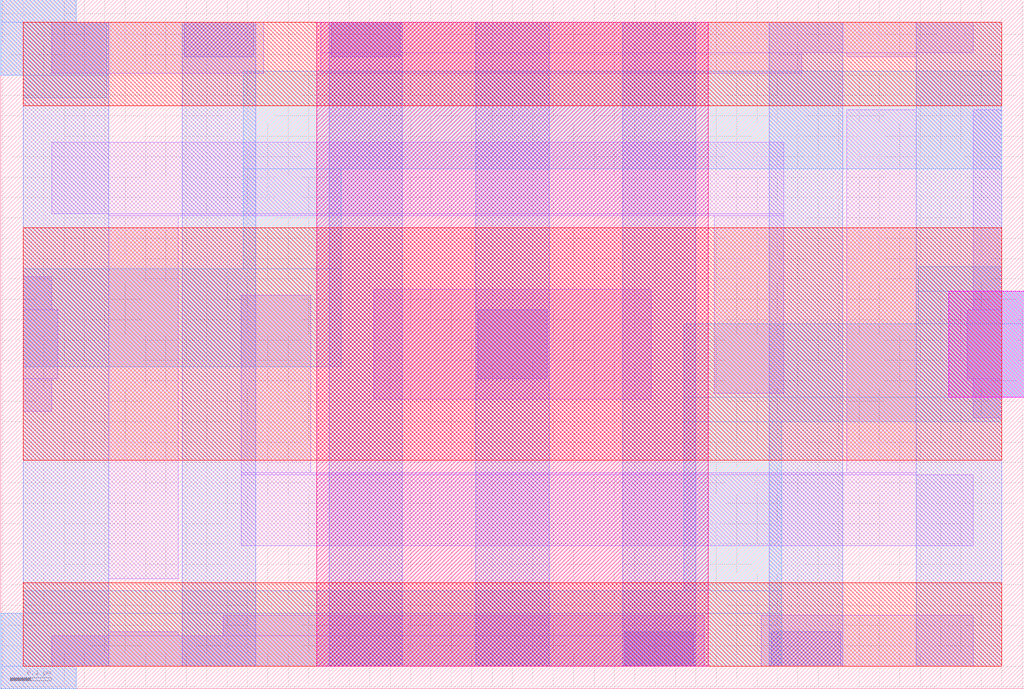
<source format=lef>
# Copyright 2020 The SkyWater PDK Authors
#
# Licensed under the Apache License, Version 2.0 (the "License");
# you may not use this file except in compliance with the License.
# You may obtain a copy of the License at
#
#     https://www.apache.org/licenses/LICENSE-2.0
#
# Unless required by applicable law or agreed to in writing, software
# distributed under the License is distributed on an "AS IS" BASIS,
# WITHOUT WARRANTIES OR CONDITIONS OF ANY KIND, either express or implied.
# See the License for the specific language governing permissions and
# limitations under the License.
#
# SPDX-License-Identifier: Apache-2.0

VERSION 5.7 ;
  NOWIREEXTENSIONATPIN ON ;
  DIVIDERCHAR "/" ;
  BUSBITCHARS "[]" ;
MACRO sky130_fd_bd_sram__sram_dp_cell_opt5a
  CLASS BLOCK ;
  FOREIGN sky130_fd_bd_sram__sram_dp_cell_opt5a ;
  ORIGIN  0.055000  0.055000 ;
  SIZE  2.510000 BY  1.690000 ;
  OBS
    LAYER li1 ;
      RECT 0.000000 0.625000 0.070000 0.705000 ;
      RECT 0.000000 0.705000 0.085000 0.875000 ;
      RECT 0.000000 0.875000 0.070000 0.955000 ;
      RECT 0.070000 0.000000 1.670000 0.075000 ;
      RECT 0.070000 1.110000 1.865000 1.285000 ;
      RECT 0.070000 1.455000 0.590000 1.580000 ;
      RECT 0.210000 0.075000 0.380000 0.085000 ;
      RECT 0.210000 0.215000 0.380000 1.105000 ;
      RECT 0.210000 1.105000 1.865000 1.110000 ;
      RECT 0.490000 0.075000 1.670000 0.125000 ;
      RECT 0.535000 0.295000 2.330000 0.470000 ;
      RECT 0.535000 0.470000 2.190000 0.475000 ;
      RECT 0.535000 0.475000 0.705000 0.910000 ;
      RECT 0.730000 1.455000 1.910000 1.505000 ;
      RECT 0.730000 1.505000 2.330000 1.580000 ;
      RECT 0.860000 0.655000 1.540000 0.925000 ;
      RECT 1.695000 0.670000 1.865000 1.105000 ;
      RECT 1.810000 0.000000 2.330000 0.125000 ;
      RECT 2.020000 0.475000 2.190000 1.365000 ;
      RECT 2.020000 1.495000 2.190000 1.505000 ;
      RECT 2.315000 0.705000 2.400000 0.875000 ;
      RECT 2.330000 0.610000 2.400000 0.705000 ;
      RECT 2.330000 0.875000 2.400000 1.365000 ;
    LAYER mcon ;
      RECT 0.395000 1.495000 0.565000 1.580000 ;
      RECT 0.755000 1.495000 0.925000 1.580000 ;
      RECT 1.115000 0.705000 1.285000 0.875000 ;
      RECT 1.475000 0.000000 1.645000 0.085000 ;
      RECT 1.835000 0.000000 2.005000 0.085000 ;
    LAYER met1 ;
      RECT -0.055000 -0.055000 0.130000 0.000000 ;
      RECT -0.055000  0.000000 0.210000 0.130000 ;
      RECT -0.055000  1.450000 0.210000 1.580000 ;
      RECT -0.055000  1.580000 0.130000 1.635000 ;
      RECT  0.000000  0.130000 0.210000 1.450000 ;
      RECT  0.390000  0.000000 0.570000 1.580000 ;
      RECT  0.750000  0.000000 0.930000 1.580000 ;
      RECT  1.110000  0.000000 1.290000 1.580000 ;
      RECT  1.470000  0.000000 1.650000 1.580000 ;
      RECT  1.830000  0.000000 2.010000 1.580000 ;
      RECT  2.190000  0.000000 2.400000 0.660000 ;
      RECT  2.190000  0.660000 2.455000 0.920000 ;
      RECT  2.190000  0.920000 2.400000 1.580000 ;
    LAYER met2 ;
      RECT -0.055000 -0.055000 0.130000 0.000000 ;
      RECT -0.055000  0.000000 1.860000 0.130000 ;
      RECT -0.055000  1.450000 0.205000 1.580000 ;
      RECT -0.055000  1.580000 0.130000 1.635000 ;
      RECT  0.000000  0.130000 1.860000 0.185000 ;
      RECT  0.000000  0.735000 0.780000 0.975000 ;
      RECT  0.000000  1.395000 0.205000 1.450000 ;
      RECT  0.540000  0.975000 0.780000 1.220000 ;
      RECT  0.540000  1.220000 2.400000 1.460000 ;
      RECT  1.620000  0.185000 1.860000 0.600000 ;
      RECT  1.620000  0.600000 2.400000 0.660000 ;
      RECT  1.620000  0.660000 2.455000 0.840000 ;
      RECT  2.195000  0.840000 2.455000 0.920000 ;
      RECT  2.195000  0.920000 2.400000 0.980000 ;
    LAYER met3 ;
      RECT 0.000000 0.000000 2.400000 0.205000 ;
      RECT 0.000000 0.505000 2.400000 1.075000 ;
      RECT 0.000000 1.375000 2.400000 1.580000 ;
    LAYER nwell ;
      RECT 0.720000 0.000000 1.680000 1.580000 ;
    LAYER via ;
      RECT 2.270000 0.660000 2.455000 0.920000 ;
  END
END sky130_fd_bd_sram__sram_dp_cell_opt5a
END LIBRARY

</source>
